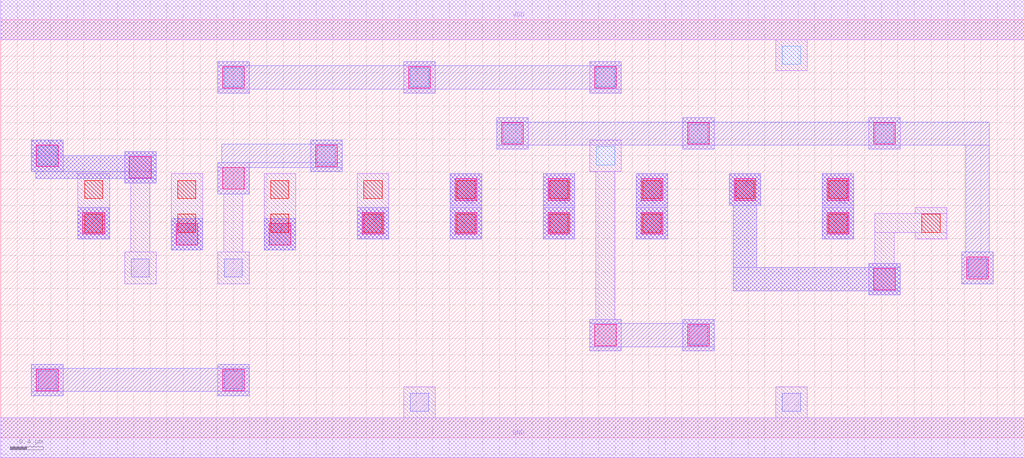
<source format=lef>
MACRO OAAAOI2232
 CLASS CORE ;
 FOREIGN OAAAOI2232 0 0 ;
 SIZE 12.32 BY 5.04 ;
 ORIGIN 0 0 ;
 SYMMETRY X Y R90 ;
 SITE unit ;
  PIN VDD
   DIRECTION INOUT ;
   USE POWER ;
   SHAPE ABUTMENT ;
    PORT
     CLASS CORE ;
       LAYER met1 ;
        RECT 0.00000000 4.80000000 12.32000000 5.28000000 ;
    END
  END VDD

  PIN GND
   DIRECTION INOUT ;
   USE POWER ;
   SHAPE ABUTMENT ;
    PORT
     CLASS CORE ;
       LAYER met1 ;
        RECT 0.00000000 -0.24000000 12.32000000 0.24000000 ;
    END
  END GND

  PIN Y
   DIRECTION INOUT ;
   USE SIGNAL ;
   SHAPE ABUTMENT ;
    PORT
     CLASS CORE ;
       LAYER met2 ;
        RECT 1.49000000 3.07200000 1.87000000 3.12200000 ;
        RECT 0.42000000 3.12200000 1.87000000 3.20700000 ;
        RECT 0.37000000 3.20700000 1.87000000 3.40200000 ;
        RECT 1.49000000 3.40200000 1.87000000 3.45200000 ;
        RECT 0.37000000 3.40200000 0.75000000 3.58700000 ;
    END
  END Y

  PIN A1
   DIRECTION INOUT ;
   USE SIGNAL ;
   SHAPE ABUTMENT ;
    PORT
     CLASS CORE ;
       LAYER met2 ;
        RECT 2.05000000 2.26200000 2.43000000 2.64200000 ;
    END
  END A1

  PIN D1
   DIRECTION INOUT ;
   USE SIGNAL ;
   SHAPE ABUTMENT ;
    PORT
     CLASS CORE ;
       LAYER met2 ;
        RECT 9.89000000 2.39700000 10.27000000 3.18200000 ;
    END
  END D1

  PIN C1
   DIRECTION INOUT ;
   USE SIGNAL ;
   SHAPE ABUTMENT ;
    PORT
     CLASS CORE ;
       LAYER met2 ;
        RECT 6.53000000 2.39700000 6.91000000 3.18200000 ;
    END
  END C1

  PIN B1
   DIRECTION INOUT ;
   USE SIGNAL ;
   SHAPE ABUTMENT ;
    PORT
     CLASS CORE ;
       LAYER met2 ;
        RECT 4.29000000 2.39700000 4.67000000 2.77700000 ;
    END
  END B1

  PIN D
   DIRECTION INOUT ;
   USE SIGNAL ;
   SHAPE ABUTMENT ;
    PORT
     CLASS CORE ;
       LAYER met2 ;
        RECT 10.45000000 1.72200000 10.83000000 1.77200000 ;
        RECT 8.82000000 1.77200000 10.83000000 2.05200000 ;
        RECT 10.45000000 2.05200000 10.83000000 2.10200000 ;
        RECT 8.82000000 2.05200000 9.10000000 2.80200000 ;
        RECT 8.77000000 2.80200000 9.15000000 3.18200000 ;
    END
  END D

  PIN C
   DIRECTION INOUT ;
   USE SIGNAL ;
   SHAPE ABUTMENT ;
    PORT
     CLASS CORE ;
       LAYER met2 ;
        RECT 7.65000000 2.39700000 8.03000000 3.18200000 ;
    END
  END C

  PIN B
   DIRECTION INOUT ;
   USE SIGNAL ;
   SHAPE ABUTMENT ;
    PORT
     CLASS CORE ;
       LAYER met2 ;
        RECT 3.17000000 2.26200000 3.55000000 2.64200000 ;
    END
  END B

  PIN C2
   DIRECTION INOUT ;
   USE SIGNAL ;
   SHAPE ABUTMENT ;
    PORT
     CLASS CORE ;
       LAYER met2 ;
        RECT 5.41000000 2.39700000 5.79000000 3.18200000 ;
    END
  END C2

  PIN A
   DIRECTION INOUT ;
   USE SIGNAL ;
   SHAPE ABUTMENT ;
    PORT
     CLASS CORE ;
       LAYER met2 ;
        RECT 0.93000000 2.39700000 1.31000000 2.77700000 ;
    END
  END A

 OBS
    LAYER polycont ;
     RECT 1.01000000 2.47700000 1.23000000 2.69700000 ;
     RECT 2.13000000 2.47700000 2.35000000 2.69700000 ;
     RECT 3.25000000 2.47700000 3.47000000 2.69700000 ;
     RECT 4.37000000 2.47700000 4.59000000 2.69700000 ;
     RECT 5.49000000 2.47700000 5.71000000 2.69700000 ;
     RECT 6.61000000 2.47700000 6.83000000 2.69700000 ;
     RECT 7.73000000 2.47700000 7.95000000 2.69700000 ;
     RECT 9.97000000 2.47700000 10.19000000 2.69700000 ;
     RECT 11.09000000 2.47700000 11.31000000 2.69700000 ;
     RECT 1.01000000 2.88200000 1.23000000 3.10200000 ;
     RECT 2.13000000 2.88200000 2.35000000 3.10200000 ;
     RECT 3.25000000 2.88200000 3.47000000 3.10200000 ;
     RECT 4.37000000 2.88200000 4.59000000 3.10200000 ;
     RECT 5.49000000 2.88200000 5.71000000 3.10200000 ;
     RECT 6.61000000 2.88200000 6.83000000 3.10200000 ;
     RECT 7.73000000 2.88200000 7.95000000 3.10200000 ;
     RECT 8.85000000 2.88200000 9.07000000 3.10200000 ;
     RECT 9.97000000 2.88200000 10.19000000 3.10200000 ;

    LAYER pdiffc ;
     RECT 0.45000000 3.28700000 0.67000000 3.50700000 ;
     RECT 3.81000000 3.28700000 4.03000000 3.50700000 ;
     RECT 7.17000000 3.28700000 7.39000000 3.50700000 ;
     RECT 6.05000000 3.55700000 6.27000000 3.77700000 ;
     RECT 8.29000000 3.55700000 8.51000000 3.77700000 ;
     RECT 10.53000000 3.55700000 10.75000000 3.77700000 ;
     RECT 2.69000000 4.23200000 2.91000000 4.45200000 ;
     RECT 4.93000000 4.23200000 5.15000000 4.45200000 ;
     RECT 7.17000000 4.23200000 7.39000000 4.45200000 ;
     RECT 9.41000000 4.50200000 9.63000000 4.72200000 ;

    LAYER ndiffc ;
     RECT 4.93000000 0.31700000 5.15000000 0.53700000 ;
     RECT 9.41000000 0.31700000 9.63000000 0.53700000 ;
     RECT 0.45000000 0.58700000 0.67000000 0.80700000 ;
     RECT 2.69000000 0.58700000 2.91000000 0.80700000 ;
     RECT 8.29000000 1.12700000 8.51000000 1.34700000 ;
     RECT 1.57000000 1.93700000 1.79000000 2.15700000 ;
     RECT 2.69000000 1.93700000 2.91000000 2.15700000 ;
     RECT 11.65000000 1.93700000 11.87000000 2.15700000 ;

    LAYER met1 ;
     RECT 0.00000000 -0.24000000 12.32000000 0.24000000 ;
     RECT 4.85000000 0.24000000 5.23000000 0.61700000 ;
     RECT 9.33000000 0.24000000 9.71000000 0.61700000 ;
     RECT 0.37000000 0.50700000 0.75000000 0.88700000 ;
     RECT 2.61000000 0.50700000 2.99000000 0.88700000 ;
     RECT 8.21000000 1.04700000 8.59000000 1.42700000 ;
     RECT 11.57000000 1.85700000 11.95000000 2.23700000 ;
     RECT 5.41000000 2.39700000 5.79000000 2.77700000 ;
     RECT 6.53000000 2.39700000 6.91000000 2.77700000 ;
     RECT 7.65000000 2.39700000 8.03000000 2.77700000 ;
     RECT 9.89000000 2.39700000 10.27000000 2.77700000 ;
     RECT 10.45000000 1.72200000 10.83000000 2.10200000 ;
     RECT 10.52500000 2.10200000 10.75500000 2.47200000 ;
     RECT 11.01000000 2.39700000 11.39000000 2.47200000 ;
     RECT 10.52500000 2.47200000 11.39000000 2.70200000 ;
     RECT 11.01000000 2.70200000 11.39000000 2.77700000 ;
     RECT 0.93000000 2.39700000 1.31000000 3.18200000 ;
     RECT 2.05000000 2.26200000 2.43000000 3.18200000 ;
     RECT 3.17000000 2.26200000 3.55000000 3.18200000 ;
     RECT 4.29000000 2.39700000 4.67000000 3.18200000 ;
     RECT 5.41000000 2.80200000 5.79000000 3.18200000 ;
     RECT 6.53000000 2.80200000 6.91000000 3.18200000 ;
     RECT 7.65000000 2.80200000 8.03000000 3.18200000 ;
     RECT 8.77000000 2.80200000 9.15000000 3.18200000 ;
     RECT 9.89000000 2.80200000 10.27000000 3.18200000 ;
     RECT 2.61000000 1.85700000 2.99000000 2.23700000 ;
     RECT 2.68500000 2.23700000 2.91500000 2.93700000 ;
     RECT 2.61000000 2.93700000 2.99000000 3.31700000 ;
     RECT 1.49000000 1.85700000 1.87000000 2.23700000 ;
     RECT 1.56500000 2.23700000 1.79500000 3.07200000 ;
     RECT 1.49000000 3.07200000 1.87000000 3.45200000 ;
     RECT 0.37000000 3.20700000 0.75000000 3.58700000 ;
     RECT 3.73000000 3.20700000 4.11000000 3.58700000 ;
     RECT 7.09000000 1.04700000 7.47000000 1.42700000 ;
     RECT 7.16500000 1.42700000 7.39500000 3.20700000 ;
     RECT 7.09000000 3.20700000 7.47000000 3.58700000 ;
     RECT 5.97000000 3.47700000 6.35000000 3.85700000 ;
     RECT 8.21000000 3.47700000 8.59000000 3.85700000 ;
     RECT 10.45000000 3.47700000 10.83000000 3.85700000 ;
     RECT 2.61000000 4.15200000 2.99000000 4.53200000 ;
     RECT 4.85000000 4.15200000 5.23000000 4.53200000 ;
     RECT 7.09000000 4.15200000 7.47000000 4.53200000 ;
     RECT 9.33000000 4.42200000 9.71000000 4.80000000 ;
     RECT 0.00000000 4.80000000 12.32000000 5.28000000 ;

    LAYER via1 ;
     RECT 0.43000000 0.56700000 0.69000000 0.82700000 ;
     RECT 2.67000000 0.56700000 2.93000000 0.82700000 ;
     RECT 7.15000000 1.10700000 7.41000000 1.36700000 ;
     RECT 8.27000000 1.10700000 8.53000000 1.36700000 ;
     RECT 10.51000000 1.78200000 10.77000000 2.04200000 ;
     RECT 11.63000000 1.91700000 11.89000000 2.17700000 ;
     RECT 2.11000000 2.32200000 2.37000000 2.58200000 ;
     RECT 3.23000000 2.32200000 3.49000000 2.58200000 ;
     RECT 0.99000000 2.45700000 1.25000000 2.71700000 ;
     RECT 4.35000000 2.45700000 4.61000000 2.71700000 ;
     RECT 5.47000000 2.45700000 5.73000000 2.71700000 ;
     RECT 6.59000000 2.45700000 6.85000000 2.71700000 ;
     RECT 7.71000000 2.45700000 7.97000000 2.71700000 ;
     RECT 9.95000000 2.45700000 10.21000000 2.71700000 ;
     RECT 5.47000000 2.86200000 5.73000000 3.12200000 ;
     RECT 6.59000000 2.86200000 6.85000000 3.12200000 ;
     RECT 7.71000000 2.86200000 7.97000000 3.12200000 ;
     RECT 8.83000000 2.86200000 9.09000000 3.12200000 ;
     RECT 9.95000000 2.86200000 10.21000000 3.12200000 ;
     RECT 2.67000000 2.99700000 2.93000000 3.25700000 ;
     RECT 1.55000000 3.13200000 1.81000000 3.39200000 ;
     RECT 0.43000000 3.26700000 0.69000000 3.52700000 ;
     RECT 3.79000000 3.26700000 4.05000000 3.52700000 ;
     RECT 6.03000000 3.53700000 6.29000000 3.79700000 ;
     RECT 8.27000000 3.53700000 8.53000000 3.79700000 ;
     RECT 10.51000000 3.53700000 10.77000000 3.79700000 ;
     RECT 2.67000000 4.21200000 2.93000000 4.47200000 ;
     RECT 4.91000000 4.21200000 5.17000000 4.47200000 ;
     RECT 7.15000000 4.21200000 7.41000000 4.47200000 ;

    LAYER met2 ;
     RECT 0.37000000 0.50700000 0.75000000 0.55700000 ;
     RECT 2.61000000 0.50700000 2.99000000 0.55700000 ;
     RECT 0.37000000 0.55700000 2.99000000 0.83700000 ;
     RECT 0.37000000 0.83700000 0.75000000 0.88700000 ;
     RECT 2.61000000 0.83700000 2.99000000 0.88700000 ;
     RECT 7.09000000 1.04700000 7.47000000 1.09700000 ;
     RECT 8.21000000 1.04700000 8.59000000 1.09700000 ;
     RECT 7.09000000 1.09700000 8.59000000 1.37700000 ;
     RECT 7.09000000 1.37700000 7.47000000 1.42700000 ;
     RECT 8.21000000 1.37700000 8.59000000 1.42700000 ;
     RECT 2.05000000 2.26200000 2.43000000 2.64200000 ;
     RECT 3.17000000 2.26200000 3.55000000 2.64200000 ;
     RECT 0.93000000 2.39700000 1.31000000 2.77700000 ;
     RECT 4.29000000 2.39700000 4.67000000 2.77700000 ;
     RECT 5.41000000 2.39700000 5.79000000 3.18200000 ;
     RECT 6.53000000 2.39700000 6.91000000 3.18200000 ;
     RECT 7.65000000 2.39700000 8.03000000 3.18200000 ;
     RECT 10.45000000 1.72200000 10.83000000 1.77200000 ;
     RECT 8.82000000 1.77200000 10.83000000 2.05200000 ;
     RECT 10.45000000 2.05200000 10.83000000 2.10200000 ;
     RECT 8.82000000 2.05200000 9.10000000 2.80200000 ;
     RECT 8.77000000 2.80200000 9.15000000 3.18200000 ;
     RECT 9.89000000 2.39700000 10.27000000 3.18200000 ;
     RECT 1.49000000 3.07200000 1.87000000 3.12200000 ;
     RECT 0.42000000 3.12200000 1.87000000 3.20700000 ;
     RECT 0.37000000 3.20700000 1.87000000 3.40200000 ;
     RECT 1.49000000 3.40200000 1.87000000 3.45200000 ;
     RECT 0.37000000 3.40200000 0.75000000 3.58700000 ;
     RECT 2.61000000 2.93700000 2.99000000 3.25700000 ;
     RECT 3.73000000 3.20700000 4.11000000 3.25700000 ;
     RECT 2.61000000 3.25700000 4.11000000 3.31700000 ;
     RECT 2.66000000 3.31700000 4.11000000 3.53700000 ;
     RECT 3.73000000 3.53700000 4.11000000 3.58700000 ;
     RECT 11.57000000 1.85700000 11.95000000 2.23700000 ;
     RECT 5.97000000 3.47700000 6.35000000 3.52700000 ;
     RECT 8.21000000 3.47700000 8.59000000 3.52700000 ;
     RECT 10.45000000 3.47700000 10.83000000 3.52700000 ;
     RECT 11.62000000 2.23700000 11.90000000 3.52700000 ;
     RECT 5.97000000 3.52700000 11.90000000 3.80700000 ;
     RECT 5.97000000 3.80700000 6.35000000 3.85700000 ;
     RECT 8.21000000 3.80700000 8.59000000 3.85700000 ;
     RECT 10.45000000 3.80700000 10.83000000 3.85700000 ;
     RECT 2.61000000 4.15200000 2.99000000 4.20200000 ;
     RECT 4.85000000 4.15200000 5.23000000 4.20200000 ;
     RECT 7.09000000 4.15200000 7.47000000 4.20200000 ;
     RECT 2.61000000 4.20200000 7.47000000 4.48200000 ;
     RECT 2.61000000 4.48200000 2.99000000 4.53200000 ;
     RECT 4.85000000 4.48200000 5.23000000 4.53200000 ;
     RECT 7.09000000 4.48200000 7.47000000 4.53200000 ;

 END
END OAAAOI2232

</source>
